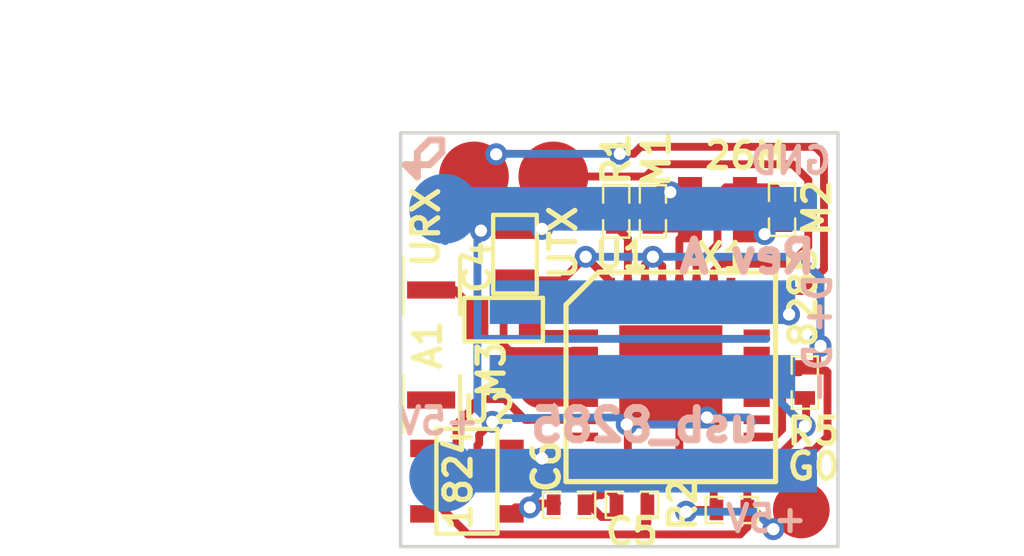
<source format=kicad_pcb>
(kicad_pcb (version 4) (host pcbnew 4.0.3+e1-6302~38~ubuntu14.04.1-stable)

  (general
    (links 46)
    (no_connects 0)
    (area 34.948257 22.19594 64.162544 38.36924)
    (thickness 1.6)
    (drawings 28)
    (tracks 273)
    (zones 0)
    (modules 23)
    (nets 15)
  )

  (page User 139.7 139.7)
  (layers
    (0 F.Cu signal)
    (31 B.Cu signal)
    (32 B.Adhes user)
    (33 F.Adhes user)
    (34 B.Paste user)
    (35 F.Paste user)
    (36 B.SilkS user)
    (37 F.SilkS user)
    (38 B.Mask user)
    (39 F.Mask user)
    (40 Dwgs.User user)
    (41 Cmts.User user)
    (42 Eco1.User user)
    (43 Eco2.User user)
    (44 Edge.Cuts user)
  )

  (setup
    (last_trace_width 0.2286)
    (trace_clearance 0.2159)
    (zone_clearance 0.508)
    (zone_45_only no)
    (trace_min 0.2032)
    (segment_width 0.2)
    (edge_width 0.1)
    (via_size 0.635)
    (via_drill 0.3556)
    (via_min_size 0.6096)
    (via_min_drill 0.3302)
    (uvia_size 0.508)
    (uvia_drill 0.127)
    (uvias_allowed no)
    (uvia_min_size 0.508)
    (uvia_min_drill 0.127)
    (pcb_text_width 0.3)
    (pcb_text_size 1.5 1.5)
    (mod_edge_width 0.15)
    (mod_text_size 0.762 0.762)
    (mod_text_width 0.1524)
    (pad_size 1.28 1.28)
    (pad_drill 0)
    (pad_to_mask_clearance 0)
    (aux_axis_origin 0 0)
    (visible_elements FFFFFFBF)
    (pcbplotparams
      (layerselection 0x010f8_80000001)
      (usegerberextensions true)
      (excludeedgelayer true)
      (linewidth 0.150000)
      (plotframeref false)
      (viasonmask false)
      (mode 1)
      (useauxorigin false)
      (hpglpennumber 1)
      (hpglpenspeed 20)
      (hpglpendiameter 15)
      (hpglpenoverlay 2)
      (psnegative false)
      (psa4output false)
      (plotreference true)
      (plotvalue true)
      (plotinvisibletext false)
      (padsonsilk false)
      (subtractmaskfromsilk false)
      (outputformat 1)
      (mirror false)
      (drillshape 0)
      (scaleselection 1)
      (outputdirectory usb_8285-revA))
  )

  (net 0 "")
  (net 1 +3.3V)
  (net 2 +5V)
  (net 3 /D+)
  (net 4 /D-)
  (net 5 GND)
  (net 6 "Net-(A1-Pad1)")
  (net 7 "Net-(P9-Pad1)")
  (net 8 "Net-(P10-Pad1)")
  (net 9 "Net-(R1-Pad2)")
  (net 10 /TX)
  (net 11 /RX)
  (net 12 "Net-(M1-Pad1)")
  (net 13 "Net-(M2-Pad2)")
  (net 14 "Net-(M3-Pad2)")

  (net_class Default "This is the default net class."
    (clearance 0.2159)
    (trace_width 0.2286)
    (via_dia 0.635)
    (via_drill 0.3556)
    (uvia_dia 0.508)
    (uvia_drill 0.127)
    (add_net +3.3V)
    (add_net +5V)
    (add_net /D+)
    (add_net /D-)
    (add_net /RX)
    (add_net /TX)
    (add_net GND)
    (add_net "Net-(A1-Pad1)")
    (add_net "Net-(M1-Pad1)")
    (add_net "Net-(M2-Pad2)")
    (add_net "Net-(M3-Pad2)")
    (add_net "Net-(P10-Pad1)")
    (add_net "Net-(P9-Pad1)")
    (add_net "Net-(R1-Pad2)")
  )

  (module SM1206 (layer F.Cu) (tedit 57C0C14F) (tstamp 57A8E851)
    (at 47.1932 32.0294 270)
    (path /57A8E837)
    (attr smd)
    (fp_text reference A1 (at 0 0.1016 270) (layer F.SilkS)
      (effects (font (size 0.762 0.762) (thickness 0.1524)))
    )
    (fp_text value ANT (at 0 0 270) (layer F.SilkS) hide
      (effects (font (size 0.762 0.762) (thickness 0.1524)))
    )
    (fp_line (start -2.54 0.8382) (end -0.889 0.8382) (layer F.SilkS) (width 0.127))
    (fp_line (start 0.889 -0.8382) (end 2.54 -0.8382) (layer F.SilkS) (width 0.127))
    (fp_line (start 2.54 0.8382) (end 0.889 0.8382) (layer F.SilkS) (width 0.127))
    (fp_line (start -0.889 -0.8382) (end -2.54 -0.8382) (layer F.SilkS) (width 0.127))
    (pad 1 smd rect (at -1.6 0 270) (size 0.5 1.4) (layers F.Cu F.Paste F.Mask)
      (net 6 "Net-(A1-Pad1)"))
    (pad 2 smd rect (at 1.6 0 270) (size 0.5 1.4) (layers F.Cu F.Paste F.Mask))
    (model smd/chip_cms.wrl
      (at (xyz 0 0 0))
      (scale (xyz 0.17 0.16 0.16))
      (rotate (xyz 0 0 0))
    )
  )

  (module .1SMTPIN (layer B.Cu) (tedit 57C0B30D) (tstamp 57A264EF)
    (at 52.07 30.48)
    (path /57A262F1)
    (fp_text reference P3 (at 0 0) (layer B.SilkS) hide
      (effects (font (size 0.762 0.762) (thickness 0.1524)) (justify mirror))
    )
    (fp_text value D+ (at 6.37286 0.35052 90) (layer B.SilkS)
      (effects (font (size 0.762 0.762) (thickness 0.1524)) (justify mirror))
    )
    (pad 1 smd rect (at 1.27 0.3048) (size 8.89 1.27) (layers B.Cu B.Paste B.Mask)
      (net 3 /D+))
  )

  (module SM0603 (layer F.Cu) (tedit 57C65B38) (tstamp 57A26499)
    (at 49.6316 29.3878 270)
    (path /57A25EB1)
    (attr smd)
    (fp_text reference C4 (at 0.381 1.0922 450) (layer F.SilkS)
      (effects (font (size 0.762 0.762) (thickness 0.1524)))
    )
    (fp_text value 10u (at 0 0 270) (layer F.SilkS) hide
      (effects (font (size 0.762 0.762) (thickness 0.1524)))
    )
    (fp_line (start -1.143 -0.635) (end 1.143 -0.635) (layer F.SilkS) (width 0.127))
    (fp_line (start 1.143 -0.635) (end 1.143 0.635) (layer F.SilkS) (width 0.127))
    (fp_line (start 1.143 0.635) (end -1.143 0.635) (layer F.SilkS) (width 0.127))
    (fp_line (start -1.143 0.635) (end -1.143 -0.635) (layer F.SilkS) (width 0.127))
    (pad 1 smd rect (at -0.762 0 270) (size 0.635 1.143) (layers F.Cu F.Paste F.Mask)
      (net 5 GND))
    (pad 2 smd rect (at 0.762 0 270) (size 0.635 1.143) (layers F.Cu F.Paste F.Mask)
      (net 1 +3.3V))
    (model smd\resistors\R0603.wrl
      (at (xyz 0 0 0.001))
      (scale (xyz 0.5 0.5 0.5))
      (rotate (xyz 0 0 0))
    )
  )

  (module QFN32 (layer F.Cu) (tedit 57C0BFB8) (tstamp 57A264E2)
    (at 54.1655 32.9565)
    (descr "Support CMS Plcc 32 pins")
    (tags "CMS Plcc")
    (path /57A25A2C)
    (attr smd)
    (fp_text reference U1 (at -1.4351 -3.5433) (layer F.SilkS)
      (effects (font (size 0.762 0.762) (thickness 0.1524)))
    )
    (fp_text value 8285 (at 3.8481 -2.3241 90) (layer F.SilkS)
      (effects (font (size 0.762 0.762) (thickness 0.1524)))
    )
    (fp_line (start -2.0955 -3.048) (end 2.0955 -3.048) (layer F.SilkS) (width 0.1524))
    (fp_line (start 2.0955 -3.048) (end 3.048 -3.048) (layer F.SilkS) (width 0.1524))
    (fp_line (start 3.048 -3.048) (end 3.048 3.048) (layer F.SilkS) (width 0.1524))
    (fp_line (start 3.048 3.048) (end -3.048 3.048) (layer F.SilkS) (width 0.1524))
    (fp_line (start -3.048 3.048) (end -3.048 -2.0955) (layer F.SilkS) (width 0.1524))
    (fp_line (start -3.048 -2.0955) (end -2.0955 -3.048) (layer F.SilkS) (width 0.1524))
    (pad 31 smd rect (at -1.24968 -2.49936) (size 0.254 0.762) (layers F.Cu F.Paste F.Mask)
      (net 9 "Net-(R1-Pad2)"))
    (pad 30 smd rect (at -0.7493 -2.49936) (size 0.254 0.762) (layers F.Cu F.Paste F.Mask)
      (net 1 +3.3V))
    (pad 29 smd rect (at -0.24892 -2.49936) (size 0.254 0.762) (layers F.Cu F.Paste F.Mask)
      (net 1 +3.3V))
    (pad 32 smd rect (at -1.75006 -2.49936) (size 0.254 0.762) (layers F.Cu F.Paste F.Mask)
      (net 1 +3.3V))
    (pad 1 smd rect (at -2.49936 -1.75006 90) (size 0.254 0.762) (layers F.Cu F.Paste F.Mask)
      (net 1 +3.3V))
    (pad 2 smd rect (at -2.49936 -1.24968 90) (size 0.254 0.762) (layers F.Cu F.Paste F.Mask)
      (net 14 "Net-(M3-Pad2)"))
    (pad 3 smd rect (at -2.49936 -0.7493 90) (size 0.254 0.762) (layers F.Cu F.Paste F.Mask)
      (net 1 +3.3V))
    (pad 4 smd rect (at -2.49936 -0.24892 90) (size 0.254 0.762) (layers F.Cu F.Paste F.Mask)
      (net 1 +3.3V))
    (pad 5 smd rect (at -2.49936 0.24892 90) (size 0.254 0.762) (layers F.Cu F.Paste F.Mask))
    (pad 6 smd rect (at -2.49936 0.7493 90) (size 0.254 0.762) (layers F.Cu F.Paste F.Mask)
      (net 8 "Net-(P10-Pad1)"))
    (pad 7 smd rect (at -2.49936 1.24968 90) (size 0.254 0.762) (layers F.Cu F.Paste F.Mask)
      (net 1 +3.3V))
    (pad 8 smd rect (at -2.49936 1.75006 90) (size 0.254 0.762) (layers F.Cu F.Paste F.Mask))
    (pad 16 smd rect (at 1.75006 2.49936) (size 0.254 0.762) (layers F.Cu F.Paste F.Mask)
      (net 4 /D-))
    (pad 9 smd rect (at -1.75006 2.49936) (size 0.254 0.762) (layers F.Cu F.Paste F.Mask)
      (net 5 GND))
    (pad 10 smd rect (at -1.24968 2.49936) (size 0.254 0.762) (layers F.Cu F.Paste F.Mask)
      (net 5 GND))
    (pad 11 smd rect (at -0.7493 2.49936) (size 0.254 0.762) (layers F.Cu F.Paste F.Mask)
      (net 1 +3.3V))
    (pad 12 smd rect (at -0.24892 2.49936) (size 0.254 0.762) (layers F.Cu F.Paste F.Mask))
    (pad 13 smd rect (at 0.24892 2.49936) (size 0.254 0.762) (layers F.Cu F.Paste F.Mask)
      (net 5 GND))
    (pad 14 smd rect (at 0.7493 2.49936) (size 0.254 0.762) (layers F.Cu F.Paste F.Mask))
    (pad 15 smd rect (at 1.24968 2.49936) (size 0.254 0.762) (layers F.Cu F.Paste F.Mask)
      (net 7 "Net-(P9-Pad1)"))
    (pad 17 smd rect (at 2.49936 1.75006 90) (size 0.254 0.762) (layers F.Cu F.Paste F.Mask)
      (net 1 +3.3V))
    (pad 18 smd rect (at 2.49936 1.24968 90) (size 0.254 0.762) (layers F.Cu F.Paste F.Mask))
    (pad 19 smd rect (at 2.49936 0.7493 90) (size 0.254 0.762) (layers F.Cu F.Paste F.Mask))
    (pad 20 smd rect (at 2.49936 0.24892 90) (size 0.254 0.762) (layers F.Cu F.Paste F.Mask))
    (pad 21 smd rect (at 2.49936 -0.24892 90) (size 0.254 0.762) (layers F.Cu F.Paste F.Mask))
    (pad 22 smd rect (at 2.49936 -0.7493 90) (size 0.254 0.762) (layers F.Cu F.Paste F.Mask))
    (pad 23 smd rect (at 2.49936 -1.24968 90) (size 0.254 0.762) (layers F.Cu F.Paste F.Mask))
    (pad 24 smd rect (at 2.49936 -1.75006 90) (size 0.254 0.762) (layers F.Cu F.Paste F.Mask)
      (net 3 /D+))
    (pad 25 smd rect (at 1.75006 -2.49936) (size 0.254 0.762) (layers F.Cu F.Paste F.Mask)
      (net 11 /RX))
    (pad 26 smd rect (at 1.24968 -2.49936) (size 0.254 0.762) (layers F.Cu F.Paste F.Mask)
      (net 10 /TX))
    (pad 27 smd rect (at 0.7493 -2.49936) (size 0.254 0.762) (layers F.Cu F.Paste F.Mask)
      (net 13 "Net-(M2-Pad2)"))
    (pad 28 smd rect (at 0.24892 -2.49936) (size 0.254 0.762) (layers F.Cu F.Paste F.Mask)
      (net 12 "Net-(M1-Pad1)"))
    (pad 33 smd rect (at 0 0) (size 2.99974 2.99974) (layers F.Cu F.Paste F.Mask)
      (net 5 GND))
  )

  (module XTAL4TINY (layer F.Cu) (tedit 57C0BD8A) (tstamp 57A264EA)
    (at 55.5244 28.0924)
    (path /57A25AC8)
    (fp_text reference X1 (at 0.1524 1.3716) (layer F.SilkS)
      (effects (font (size 0.762 0.762) (thickness 0.1524)))
    )
    (fp_text value 26M (at 0.8128 -1.5748) (layer F.SilkS)
      (effects (font (size 0.762 0.762) (thickness 0.1524)))
    )
    (pad 1 smd rect (at -0.8 0.6) (size 0.7 0.7) (layers F.Cu F.Paste F.Mask)
      (net 12 "Net-(M1-Pad1)"))
    (pad 2 smd rect (at 0.8 -0.6) (size 0.7 0.7) (layers F.Cu F.Paste F.Mask)
      (net 13 "Net-(M2-Pad2)"))
    (pad 3 smd rect (at -0.8 -0.6) (size 0.7 0.7) (layers F.Cu F.Paste F.Mask)
      (net 5 GND))
    (pad 4 smd rect (at 0.8 0.6) (size 0.7 0.7) (layers F.Cu F.Paste F.Mask)
      (net 5 GND))
  )

  (module .1SMTPIN (layer B.Cu) (tedit 57C0B313) (tstamp 57A264F4)
    (at 52.07 32.9565)
    (path /57A262FE)
    (fp_text reference P8 (at 0 0) (layer B.SilkS) hide
      (effects (font (size 0.762 0.762) (thickness 0.1524)) (justify mirror))
    )
    (fp_text value D- (at 6.37286 -0.09906 90) (layer B.SilkS)
      (effects (font (size 0.762 0.762) (thickness 0.1524)) (justify mirror))
    )
    (pad 1 smd rect (at 1.27 0) (size 8.89 1.27) (layers B.Cu B.Paste B.Mask)
      (net 4 /D-))
  )

  (module .1SMTPIN (layer B.Cu) (tedit 57C0B307) (tstamp 57A975A3)
    (at 52.07 28.067)
    (path /57A2636F)
    (fp_text reference P6 (at 0 0) (layer B.SilkS) hide
      (effects (font (size 0.762 0.762) (thickness 0.1524)) (justify mirror))
    )
    (fp_text value GND (at 5.588 -1.397) (layer B.SilkS)
      (effects (font (size 0.762 0.762) (thickness 0.1524)) (justify mirror))
    )
    (pad 1 smd rect (at 1.27 0) (size 10.16 1.27) (layers B.Cu B.Paste B.Mask)
      (net 5 GND))
  )

  (module .1SMTPIN (layer B.Cu) (tedit 57C0B318) (tstamp 57A264FE)
    (at 52.07 35.687)
    (path /57A26363)
    (fp_text reference P4 (at 0 0) (layer B.SilkS) hide
      (effects (font (size 0.762 0.762) (thickness 0.1524)) (justify mirror))
    )
    (fp_text value +5V (at 4.8768 1.397) (layer B.SilkS)
      (effects (font (size 0.762 0.762) (thickness 0.1524)) (justify mirror))
    )
    (pad 1 smd rect (at 1.27 0) (size 10.16 1.27) (layers B.Cu B.Paste B.Mask)
      (net 2 +5V))
  )

  (module .1SMTPIN (layer F.Cu) (tedit 57C65B34) (tstamp 57A26503)
    (at 50.7492 27.1272)
    (path /57A263B8)
    (fp_text reference P1 (at 0 0) (layer F.SilkS) hide
      (effects (font (size 0.762 0.762) (thickness 0.1524)))
    )
    (fp_text value UTX (at 0.2794 1.9304 90) (layer F.SilkS)
      (effects (font (size 0.762 0.762) (thickness 0.1524)))
    )
    (pad 1 smd circle (at 0 0) (size 2.032 2.032) (layers F.Cu F.Paste F.Mask)
      (net 10 /TX))
  )

  (module .1SMTPIN (layer F.Cu) (tedit 57C657C9) (tstamp 57A26508)
    (at 48.4378 27.1272)
    (path /57A263D1)
    (fp_text reference P2 (at 0 0) (layer F.SilkS) hide
      (effects (font (size 0.762 0.762) (thickness 0.1524)))
    )
    (fp_text value URX (at -1.397 1.4732 270) (layer F.SilkS)
      (effects (font (size 0.762 0.762) (thickness 0.1524)))
    )
    (pad 1 smd circle (at 0 0) (size 2.032 2.032) (layers F.Cu F.Paste F.Mask)
      (net 11 /RX))
  )

  (module .1SMTPIN (layer F.Cu) (tedit 57C0BFA0) (tstamp 57A2650D)
    (at 57.9628 36.83)
    (path /57A263E3)
    (fp_text reference P9 (at 0 0) (layer F.SilkS) hide
      (effects (font (size 0.762 0.762) (thickness 0.1524)))
    )
    (fp_text value G0 (at 0.3556 -1.27) (layer F.SilkS)
      (effects (font (size 0.762 0.762) (thickness 0.1524)))
    )
    (pad 1 smd circle (at 0 0) (size 1.651 1.651) (layers F.Cu F.Paste F.Mask)
      (net 7 "Net-(P9-Pad1)"))
  )

  (module .1SMTPIN (layer B.Cu) (tedit 57A8FB11) (tstamp 57A26512)
    (at 47.5742 35.8648)
    (path /57A26476)
    (fp_text reference P5 (at 0 0) (layer B.SilkS) hide
      (effects (font (size 0.762 0.762) (thickness 0.1524)) (justify mirror))
    )
    (fp_text value +5V (at -0.17018 -1.62306) (layer B.SilkS)
      (effects (font (size 0.762 0.762) (thickness 0.1524)) (justify mirror))
    )
    (pad 1 smd circle (at 0 0) (size 2.032 2.032) (layers B.Cu B.Paste B.Mask)
      (net 2 +5V))
  )

  (module .1SMTPIN (layer B.Cu) (tedit 57C6F06B) (tstamp 57A26517)
    (at 47.5742 28.067)
    (path /57A2647C)
    (fp_text reference P7 (at 0 0) (layer B.SilkS) hide
      (effects (font (size 0.762 0.762) (thickness 0.1524)) (justify mirror))
    )
    (fp_text value GND (at 0.2921 -1.54686) (layer B.SilkS) hide
      (effects (font (size 0.762 0.762) (thickness 0.1524)) (justify mirror))
    )
    (pad 1 smd circle (at 0 0) (size 2.032 2.032) (layers B.Cu B.Paste B.Mask)
      (net 5 GND))
  )

  (module SOT23-5 (layer F.Cu) (tedit 57C104D3) (tstamp 57A26524)
    (at 48.2346 35.9918 90)
    (path /57A264E5)
    (attr smd)
    (fp_text reference U2 (at 2.0828 0.635 180) (layer F.SilkS)
      (effects (font (size 0.762 0.762) (thickness 0.1524)))
    )
    (fp_text value 1824 (at 0.0508 -0.254 90) (layer F.SilkS)
      (effects (font (size 0.762 0.762) (thickness 0.1524)))
    )
    (fp_line (start 1.524 -0.889) (end 1.524 0.889) (layer F.SilkS) (width 0.127))
    (fp_line (start 1.524 0.889) (end -1.524 0.889) (layer F.SilkS) (width 0.127))
    (fp_line (start -1.524 0.889) (end -1.524 -0.889) (layer F.SilkS) (width 0.127))
    (fp_line (start -1.524 -0.889) (end 1.524 -0.889) (layer F.SilkS) (width 0.127))
    (pad 1 smd rect (at -0.9525 1.27 90) (size 0.508 0.762) (layers F.Cu F.Paste F.Mask)
      (net 2 +5V))
    (pad 3 smd rect (at 0.9525 1.27 90) (size 0.508 0.762) (layers F.Cu F.Paste F.Mask)
      (net 2 +5V))
    (pad 5 smd rect (at -0.9525 -1.27 90) (size 0.508 0.762) (layers F.Cu F.Paste F.Mask)
      (net 1 +3.3V))
    (pad 2 smd rect (at 0 1.27 90) (size 0.508 0.762) (layers F.Cu F.Paste F.Mask)
      (net 5 GND))
    (pad 4 smd rect (at 0.9525 -1.27 90) (size 0.508 0.762) (layers F.Cu F.Paste F.Mask))
    (model smd/SOT23_5.wrl
      (at (xyz 0 0 0))
      (scale (xyz 0.1 0.1 0.1))
      (rotate (xyz 0 0 0))
    )
  )

  (module .1SMTPIN (layer F.Cu) (tedit 57C656DD) (tstamp 57B2105A)
    (at 50.3682 33.2232)
    (path /57B2119E)
    (fp_text reference P10 (at 0 0) (layer F.SilkS) hide
      (effects (font (size 0.762 0.762) (thickness 0.1524)))
    )
    (fp_text value ADC (at 0 0) (layer F.SilkS) hide
      (effects (font (size 0.762 0.762) (thickness 0.1524)))
    )
    (pad 1 smd circle (at 0 0) (size 1.28 1.28) (layers F.Cu F.Paste F.Mask)
      (net 8 "Net-(P10-Pad1)"))
  )

  (module SM0402 (layer F.Cu) (tedit 57C0BD8E) (tstamp 57C0B24E)
    (at 53.6448 28.1432 90)
    (path /57A25B1A)
    (attr smd)
    (fp_text reference M1 (at 1.524 0.1016 270) (layer F.SilkS)
      (effects (font (size 0.762 0.762) (thickness 0.15748)))
    )
    (fp_text value 5.6p (at 0 1.016 90) (layer F.SilkS) hide
      (effects (font (size 0.762 0.762) (thickness 0.15748)))
    )
    (fp_line (start -0.254 -0.381) (end -0.762 -0.381) (layer F.SilkS) (width 0.07112))
    (fp_line (start -0.762 -0.381) (end -0.762 0.381) (layer F.SilkS) (width 0.07112))
    (fp_line (start -0.762 0.381) (end -0.254 0.381) (layer F.SilkS) (width 0.07112))
    (fp_line (start 0.254 -0.381) (end 0.762 -0.381) (layer F.SilkS) (width 0.07112))
    (fp_line (start 0.762 -0.381) (end 0.762 0.381) (layer F.SilkS) (width 0.07112))
    (fp_line (start 0.762 0.381) (end 0.254 0.381) (layer F.SilkS) (width 0.07112))
    (pad 1 smd rect (at -0.44958 0 90) (size 0.39878 0.59944) (layers F.Cu F.Paste F.Mask)
      (net 12 "Net-(M1-Pad1)"))
    (pad 2 smd rect (at 0.44958 0 90) (size 0.39878 0.59944) (layers F.Cu F.Paste F.Mask)
      (net 5 GND))
    (model smd\chip_cms.wrl
      (at (xyz 0 0 0.002))
      (scale (xyz 0.05 0.05 0.05))
      (rotate (xyz 0 0 0))
    )
  )

  (module SM0402 (layer F.Cu) (tedit 57C0BD88) (tstamp 57C0B259)
    (at 57.404 28.0924 90)
    (path /57A25B20)
    (attr smd)
    (fp_text reference M2 (at 0.0508 1.016 270) (layer F.SilkS)
      (effects (font (size 0.762 0.762) (thickness 0.15748)))
    )
    (fp_text value 5.6p (at 0 1.016 90) (layer F.SilkS) hide
      (effects (font (size 0.762 0.762) (thickness 0.15748)))
    )
    (fp_line (start -0.254 -0.381) (end -0.762 -0.381) (layer F.SilkS) (width 0.07112))
    (fp_line (start -0.762 -0.381) (end -0.762 0.381) (layer F.SilkS) (width 0.07112))
    (fp_line (start -0.762 0.381) (end -0.254 0.381) (layer F.SilkS) (width 0.07112))
    (fp_line (start 0.254 -0.381) (end 0.762 -0.381) (layer F.SilkS) (width 0.07112))
    (fp_line (start 0.762 -0.381) (end 0.762 0.381) (layer F.SilkS) (width 0.07112))
    (fp_line (start 0.762 0.381) (end 0.254 0.381) (layer F.SilkS) (width 0.07112))
    (pad 1 smd rect (at -0.44958 0 90) (size 0.39878 0.59944) (layers F.Cu F.Paste F.Mask)
      (net 5 GND))
    (pad 2 smd rect (at 0.44958 0 90) (size 0.39878 0.59944) (layers F.Cu F.Paste F.Mask)
      (net 13 "Net-(M2-Pad2)"))
    (model smd\chip_cms.wrl
      (at (xyz 0 0 0.002))
      (scale (xyz 0.05 0.05 0.05))
      (rotate (xyz 0 0 0))
    )
  )

  (module SM0402 (layer F.Cu) (tedit 57C657E6) (tstamp 57C0B26F)
    (at 53.0352 36.6776)
    (path /57A25EB7)
    (attr smd)
    (fp_text reference C5 (at 0 0.7874) (layer F.SilkS)
      (effects (font (size 0.762 0.762) (thickness 0.15748)))
    )
    (fp_text value .1u (at -0.254 0.7112) (layer F.SilkS) hide
      (effects (font (size 0.762 0.762) (thickness 0.15748)))
    )
    (fp_line (start -0.254 -0.381) (end -0.762 -0.381) (layer F.SilkS) (width 0.07112))
    (fp_line (start -0.762 -0.381) (end -0.762 0.381) (layer F.SilkS) (width 0.07112))
    (fp_line (start -0.762 0.381) (end -0.254 0.381) (layer F.SilkS) (width 0.07112))
    (fp_line (start 0.254 -0.381) (end 0.762 -0.381) (layer F.SilkS) (width 0.07112))
    (fp_line (start 0.762 -0.381) (end 0.762 0.381) (layer F.SilkS) (width 0.07112))
    (fp_line (start 0.762 0.381) (end 0.254 0.381) (layer F.SilkS) (width 0.07112))
    (pad 1 smd rect (at -0.44958 0) (size 0.39878 0.59944) (layers F.Cu F.Paste F.Mask)
      (net 5 GND))
    (pad 2 smd rect (at 0.44958 0) (size 0.39878 0.59944) (layers F.Cu F.Paste F.Mask)
      (net 1 +3.3V))
    (model smd\chip_cms.wrl
      (at (xyz 0 0 0.002))
      (scale (xyz 0.05 0.05 0.05))
      (rotate (xyz 0 0 0))
    )
  )

  (module SM0402 (layer F.Cu) (tedit 57C0BD91) (tstamp 57C0B27A)
    (at 52.578 28.1432 270)
    (path /57A25A68)
    (attr smd)
    (fp_text reference R1 (at -1.524 0 450) (layer F.SilkS)
      (effects (font (size 0.762 0.762) (thickness 0.15748)))
    )
    (fp_text value 12k (at 0 1.016 270) (layer F.SilkS) hide
      (effects (font (size 0.762 0.762) (thickness 0.15748)))
    )
    (fp_line (start -0.254 -0.381) (end -0.762 -0.381) (layer F.SilkS) (width 0.07112))
    (fp_line (start -0.762 -0.381) (end -0.762 0.381) (layer F.SilkS) (width 0.07112))
    (fp_line (start -0.762 0.381) (end -0.254 0.381) (layer F.SilkS) (width 0.07112))
    (fp_line (start 0.254 -0.381) (end 0.762 -0.381) (layer F.SilkS) (width 0.07112))
    (fp_line (start 0.762 -0.381) (end 0.762 0.381) (layer F.SilkS) (width 0.07112))
    (fp_line (start 0.762 0.381) (end 0.254 0.381) (layer F.SilkS) (width 0.07112))
    (pad 1 smd rect (at -0.44958 0 270) (size 0.39878 0.59944) (layers F.Cu F.Paste F.Mask)
      (net 5 GND))
    (pad 2 smd rect (at 0.44958 0 270) (size 0.39878 0.59944) (layers F.Cu F.Paste F.Mask)
      (net 9 "Net-(R1-Pad2)"))
    (model smd\chip_cms.wrl
      (at (xyz 0 0 0.002))
      (scale (xyz 0.05 0.05 0.05))
      (rotate (xyz 0 0 0))
    )
  )

  (module SM0402 (layer F.Cu) (tedit 57C0BFD0) (tstamp 57C0B285)
    (at 55.9435 36.83 180)
    (path /57A26418)
    (attr smd)
    (fp_text reference R2 (at 1.4351 0.1524 270) (layer F.SilkS)
      (effects (font (size 0.762 0.762) (thickness 0.15748)))
    )
    (fp_text value 12k (at 0 1.016 180) (layer F.SilkS) hide
      (effects (font (size 0.762 0.762) (thickness 0.15748)))
    )
    (fp_line (start -0.254 -0.381) (end -0.762 -0.381) (layer F.SilkS) (width 0.07112))
    (fp_line (start -0.762 -0.381) (end -0.762 0.381) (layer F.SilkS) (width 0.07112))
    (fp_line (start -0.762 0.381) (end -0.254 0.381) (layer F.SilkS) (width 0.07112))
    (fp_line (start 0.254 -0.381) (end 0.762 -0.381) (layer F.SilkS) (width 0.07112))
    (fp_line (start 0.762 -0.381) (end 0.762 0.381) (layer F.SilkS) (width 0.07112))
    (fp_line (start 0.762 0.381) (end 0.254 0.381) (layer F.SilkS) (width 0.07112))
    (pad 1 smd rect (at -0.44958 0 180) (size 0.39878 0.59944) (layers F.Cu F.Paste F.Mask)
      (net 1 +3.3V))
    (pad 2 smd rect (at 0.44958 0 180) (size 0.39878 0.59944) (layers F.Cu F.Paste F.Mask)
      (net 7 "Net-(P9-Pad1)"))
    (model smd\chip_cms.wrl
      (at (xyz 0 0 0.002))
      (scale (xyz 0.05 0.05 0.05))
      (rotate (xyz 0 0 0))
    )
  )

  (module SM0402 (layer F.Cu) (tedit 57C0BFAB) (tstamp 57C0B290)
    (at 58.0644 33.1216 90)
    (path /57A8F67C)
    (attr smd)
    (fp_text reference R5 (at -1.4224 0.254 180) (layer F.SilkS)
      (effects (font (size 0.762 0.762) (thickness 0.15748)))
    )
    (fp_text value 1.5k (at 0.2032 -0.0508 90) (layer F.SilkS) hide
      (effects (font (size 0.762 0.762) (thickness 0.15748)))
    )
    (fp_line (start -0.254 -0.381) (end -0.762 -0.381) (layer F.SilkS) (width 0.07112))
    (fp_line (start -0.762 -0.381) (end -0.762 0.381) (layer F.SilkS) (width 0.07112))
    (fp_line (start -0.762 0.381) (end -0.254 0.381) (layer F.SilkS) (width 0.07112))
    (fp_line (start 0.254 -0.381) (end 0.762 -0.381) (layer F.SilkS) (width 0.07112))
    (fp_line (start 0.762 -0.381) (end 0.762 0.381) (layer F.SilkS) (width 0.07112))
    (fp_line (start 0.762 0.381) (end 0.254 0.381) (layer F.SilkS) (width 0.07112))
    (pad 1 smd rect (at -0.44958 0 90) (size 0.39878 0.59944) (layers F.Cu F.Paste F.Mask)
      (net 4 /D-))
    (pad 2 smd rect (at 0.44958 0 90) (size 0.39878 0.59944) (layers F.Cu F.Paste F.Mask)
      (net 1 +3.3V))
    (model smd\chip_cms.wrl
      (at (xyz 0 0 0.002))
      (scale (xyz 0.05 0.05 0.05))
      (rotate (xyz 0 0 0))
    )
  )

  (module SM0402 (layer F.Cu) (tedit 57C0BFC7) (tstamp 57C0B700)
    (at 51.2064 36.6776 180)
    (path /57A26510)
    (attr smd)
    (fp_text reference C6 (at 0.6604 1.1176 270) (layer F.SilkS)
      (effects (font (size 0.762 0.762) (thickness 0.15748)))
    )
    (fp_text value 1u (at 0 1.016 180) (layer F.SilkS) hide
      (effects (font (size 0.762 0.762) (thickness 0.15748)))
    )
    (fp_line (start -0.254 -0.381) (end -0.762 -0.381) (layer F.SilkS) (width 0.07112))
    (fp_line (start -0.762 -0.381) (end -0.762 0.381) (layer F.SilkS) (width 0.07112))
    (fp_line (start -0.762 0.381) (end -0.254 0.381) (layer F.SilkS) (width 0.07112))
    (fp_line (start 0.254 -0.381) (end 0.762 -0.381) (layer F.SilkS) (width 0.07112))
    (fp_line (start 0.762 -0.381) (end 0.762 0.381) (layer F.SilkS) (width 0.07112))
    (fp_line (start 0.762 0.381) (end 0.254 0.381) (layer F.SilkS) (width 0.07112))
    (pad 1 smd rect (at -0.44958 0 180) (size 0.39878 0.59944) (layers F.Cu F.Paste F.Mask)
      (net 5 GND))
    (pad 2 smd rect (at 0.44958 0 180) (size 0.39878 0.59944) (layers F.Cu F.Paste F.Mask)
      (net 2 +5V))
    (model smd\chip_cms.wrl
      (at (xyz 0 0 0.002))
      (scale (xyz 0.05 0.05 0.05))
      (rotate (xyz 0 0 0))
    )
  )

  (module SM0603 (layer F.Cu) (tedit 57C65B2D) (tstamp 57C666AE)
    (at 49.3014 31.2928)
    (path /57A25A83)
    (attr smd)
    (fp_text reference M3 (at -0.3556 1.4478 90) (layer F.SilkS)
      (effects (font (size 0.762 0.762) (thickness 0.1524)))
    )
    (fp_text value 5.6p (at 0 1.27) (layer F.SilkS) hide
      (effects (font (size 0.762 0.762) (thickness 0.1524)))
    )
    (fp_line (start -1.143 -0.635) (end 1.143 -0.635) (layer F.SilkS) (width 0.127))
    (fp_line (start 1.143 -0.635) (end 1.143 0.635) (layer F.SilkS) (width 0.127))
    (fp_line (start 1.143 0.635) (end -1.143 0.635) (layer F.SilkS) (width 0.127))
    (fp_line (start -1.143 0.635) (end -1.143 -0.635) (layer F.SilkS) (width 0.127))
    (pad 1 smd rect (at -0.762 0) (size 0.635 1.143) (layers F.Cu F.Paste F.Mask)
      (net 6 "Net-(A1-Pad1)"))
    (pad 2 smd rect (at 0.762 0) (size 0.635 1.143) (layers F.Cu F.Paste F.Mask)
      (net 14 "Net-(M3-Pad2)"))
    (model smd\resistors\R0603.wrl
      (at (xyz 0 0 0.001))
      (scale (xyz 0.5 0.5 0.5))
      (rotate (xyz 0 0 0))
    )
  )

  (gr_line (start 59.0296 37.8968) (end 46.3042 37.8968) (angle 90) (layer Edge.Cuts) (width 0.1))
  (gr_line (start 46.3042 25.8572) (end 59.0296 25.8572) (angle 90) (layer Edge.Cuts) (width 0.1))
  (gr_line (start 59.0296 25.8572) (end 59.0296 37.8968) (angle 90) (layer Edge.Cuts) (width 0.1))
  (gr_line (start 46.3042 37.8968) (end 46.3042 25.8572) (angle 90) (layer Edge.Cuts) (width 0.1))
  (gr_line (start 46.431683 26.783288) (end 46.790894 27.142498) (angle 90) (layer F.SilkS) (width 0.2))
  (gr_line (start 47.150104 26.783288) (end 46.431683 26.783288) (angle 90) (layer F.SilkS) (width 0.2))
  (gr_line (start 47.509314 26.424078) (end 47.150104 26.783288) (angle 90) (layer F.SilkS) (width 0.2))
  (gr_line (start 47.509314 26.064867) (end 47.509314 26.424078) (angle 90) (layer F.SilkS) (width 0.2))
  (gr_line (start 47.150104 26.064867) (end 47.509314 26.064867) (angle 90) (layer F.SilkS) (width 0.2))
  (gr_line (start 46.790894 26.424078) (end 47.150104 26.064867) (angle 90) (layer F.SilkS) (width 0.2))
  (gr_line (start 46.790894 27.142498) (end 46.790894 26.424078) (angle 90) (layer F.SilkS) (width 0.2))
  (gr_text "UNTESTED - DO NOT USE" (at 49.5554 23.39594) (layer Dwgs.User)
    (effects (font (size 1.5 1.5) (thickness 0.3)))
  )
  (gr_text "Rev A" (at 56.388 29.464) (layer B.SilkS)
    (effects (font (size 0.9144 0.9144) (thickness 0.2286)) (justify mirror))
  )
  (gr_text usb_8285 (at 53.4162 34.3662) (layer B.SilkS)
    (effects (font (size 0.9144 0.9144) (thickness 0.2286)) (justify mirror))
  )
  (gr_line (start 47.509314 26.424078) (end 47.509314 26.064867) (angle 90) (layer B.SilkS) (width 0.2))
  (gr_line (start 47.150104 26.783288) (end 47.509314 26.424078) (angle 90) (layer B.SilkS) (width 0.2))
  (gr_line (start 46.431683 26.783288) (end 47.150104 26.783288) (angle 90) (layer B.SilkS) (width 0.2))
  (gr_line (start 46.790894 27.142498) (end 46.431683 26.783288) (angle 90) (layer B.SilkS) (width 0.2))
  (gr_line (start 46.790894 26.424078) (end 46.790894 27.142498) (angle 90) (layer B.SilkS) (width 0.2))
  (gr_line (start 47.150104 26.064867) (end 46.790894 26.424078) (angle 90) (layer B.SilkS) (width 0.2))
  (gr_line (start 47.509314 26.064867) (end 47.150104 26.064867) (angle 90) (layer B.SilkS) (width 0.2))
  (gr_line (start 46.790894 26.424078) (end 46.790894 27.142498) (angle 90) (layer F.SilkS) (width 0.2))
  (gr_line (start 47.150104 26.064867) (end 46.790894 26.424078) (angle 90) (layer F.SilkS) (width 0.2))
  (gr_line (start 47.509314 26.064867) (end 47.150104 26.064867) (angle 90) (layer F.SilkS) (width 0.2))
  (gr_line (start 47.509314 26.424078) (end 47.509314 26.064867) (angle 90) (layer F.SilkS) (width 0.2))
  (gr_line (start 47.150104 26.783288) (end 47.509314 26.424078) (angle 90) (layer F.SilkS) (width 0.2))
  (gr_line (start 46.431683 26.783288) (end 47.150104 26.783288) (angle 90) (layer F.SilkS) (width 0.2))
  (gr_line (start 46.790894 27.142498) (end 46.431683 26.783288) (angle 90) (layer F.SilkS) (width 0.2))

  (segment (start 49.6316 30.1498) (end 49.5554 30.1498) (width 0.2286) (layer F.Cu) (net 1))
  (segment (start 49.5554 30.1498) (end 49.3014 30.4038) (width 0.2286) (layer F.Cu) (net 1) (tstamp 57C66719))
  (segment (start 49.3014 30.4038) (end 49.3014 32.0294) (width 0.2286) (layer F.Cu) (net 1) (tstamp 57C6671A))
  (segment (start 49.3014 32.0294) (end 49.5173 32.2453) (width 0.2286) (layer F.Cu) (net 1) (tstamp 57C6671B))
  (segment (start 49.5173 32.2453) (end 49.5173 32.2072) (width 0.2286) (layer F.Cu) (net 1) (tstamp 57C6671D))
  (segment (start 51.66614 31.20644) (end 51.39944 31.20644) (width 0.2286) (layer F.Cu) (net 1))
  (segment (start 51.39944 31.20644) (end 50.3428 30.1498) (width 0.2286) (layer F.Cu) (net 1) (tstamp 57C66711))
  (segment (start 49.6316 30.1498) (end 50.3428 30.1498) (width 0.2286) (layer F.Cu) (net 1))
  (segment (start 50.3428 30.1498) (end 51.0032 30.1498) (width 0.2286) (layer F.Cu) (net 1) (tstamp 57C66714))
  (segment (start 51.0032 30.1498) (end 51.689 29.464) (width 0.2286) (layer F.Cu) (net 1) (tstamp 57C6670A))
  (segment (start 58.3184 31.8516) (end 58.5216 32.0548) (width 0.2286) (layer B.Cu) (net 1) (tstamp 57C0B87A))
  (segment (start 48.4378 33.7312) (end 48.4378 33.8328) (width 0.2286) (layer F.Cu) (net 1))
  (segment (start 47.9298 36.0172) (end 47.6504 36.2966) (width 0.2286) (layer F.Cu) (net 1) (tstamp 57C10678))
  (segment (start 47.6504 36.2966) (end 47.3075 36.6395) (width 0.2286) (layer F.Cu) (net 1) (tstamp 57C10557))
  (segment (start 47.9298 34.3408) (end 47.9298 36.0172) (width 0.2286) (layer F.Cu) (net 1) (tstamp 57C665AA))
  (segment (start 48.4378 33.8328) (end 47.9298 34.3408) (width 0.2286) (layer F.Cu) (net 1) (tstamp 57C665A9))
  (segment (start 48.5648 33.6042) (end 48.4378 33.7312) (width 0.2286) (layer F.Cu) (net 1) (tstamp 57C66549))
  (segment (start 48.4378 33.7312) (end 48.45685 33.71215) (width 0.2286) (layer F.Cu) (net 1) (tstamp 57C665A7))
  (segment (start 47.3075 36.6395) (end 47.0281 36.9189) (width 0.2286) (layer F.Cu) (net 1))
  (segment (start 47.0281 36.9189) (end 46.9392 36.9189) (width 0.2286) (layer F.Cu) (net 1) (tstamp 57C105C9))
  (segment (start 58.1152 35.1028) (end 57.5056 35.7124) (width 0.2286) (layer F.Cu) (net 1))
  (segment (start 58.7248 34.6964) (end 58.3184 35.1028) (width 0.2286) (layer F.Cu) (net 1) (tstamp 57C0BC54))
  (segment (start 58.3184 35.1028) (end 58.1152 35.1028) (width 0.2286) (layer F.Cu) (net 1) (tstamp 57C0BC55))
  (segment (start 58.7248 34.3408) (end 58.7248 34.6964) (width 0.2286) (layer F.Cu) (net 1))
  (segment (start 56.39308 36.06292) (end 56.39308 36.83) (width 0.2286) (layer F.Cu) (net 1) (tstamp 57C0BC74))
  (segment (start 56.7436 35.7124) (end 56.39308 36.06292) (width 0.2286) (layer F.Cu) (net 1) (tstamp 57C0BC70))
  (segment (start 57.5056 35.7124) (end 56.7436 35.7124) (width 0.2286) (layer F.Cu) (net 1) (tstamp 57C0BC65))
  (segment (start 56.39308 36.82492) (end 56.39308 36.83) (width 0.2286) (layer F.Cu) (net 1) (tstamp 57C0BC57))
  (segment (start 51.66614 32.2072) (end 49.5173 32.2072) (width 0.2286) (layer F.Cu) (net 1))
  (segment (start 49.5173 32.2072) (end 49.5554 32.2072) (width 0.2286) (layer F.Cu) (net 1) (tstamp 57C6671E))
  (segment (start 51.66614 32.70758) (end 51.66614 32.2072) (width 0.2286) (layer F.Cu) (net 1))
  (segment (start 47.3075 36.6395) (end 47.3583 36.6395) (width 0.2286) (layer F.Cu) (net 1) (tstamp 57C1055A))
  (segment (start 48.26 37.5412) (end 53.6448 37.5412) (width 0.2286) (layer F.Cu) (net 1) (tstamp 57C0BBA6))
  (segment (start 47.3583 36.6395) (end 48.26 37.5412) (width 0.2286) (layer F.Cu) (net 1) (tstamp 57C0BBA5))
  (segment (start 53.48478 36.6776) (end 53.48478 37.19322) (width 0.2286) (layer F.Cu) (net 1))
  (segment (start 53.48478 37.19322) (end 53.4162 37.2618) (width 0.2286) (layer F.Cu) (net 1) (tstamp 57C0BB95))
  (segment (start 53.4162 35.45586) (end 53.4162 37.2618) (width 0.2286) (layer F.Cu) (net 1))
  (segment (start 53.4162 37.2618) (end 53.4162 37.3126) (width 0.2286) (layer F.Cu) (net 1) (tstamp 57C0BB98))
  (segment (start 53.4162 37.3126) (end 53.6448 37.5412) (width 0.2286) (layer F.Cu) (net 1) (tstamp 57C0BAC8))
  (segment (start 56.39308 37.33292) (end 56.39308 36.83) (width 0.2286) (layer F.Cu) (net 1) (tstamp 57C0BACC))
  (segment (start 56.1848 37.5412) (end 56.39308 37.33292) (width 0.2286) (layer F.Cu) (net 1) (tstamp 57C0BACB))
  (segment (start 53.6448 37.5412) (end 56.1848 37.5412) (width 0.2286) (layer F.Cu) (net 1) (tstamp 57C0BACA))
  (segment (start 51.66614 34.20618) (end 50.8508 34.20618) (width 0.2286) (layer F.Cu) (net 1))
  (segment (start 53.6448 29.464) (end 57.912 29.464) (width 0.2286) (layer B.Cu) (net 1))
  (segment (start 57.912 29.464) (end 58.5216 30.0736) (width 0.2286) (layer B.Cu) (net 1) (tstamp 57C0B978))
  (segment (start 58.5216 30.0736) (end 58.5216 32.0548) (width 0.2286) (layer B.Cu) (net 1) (tstamp 57C0B979))
  (segment (start 53.91658 30.45714) (end 53.91658 29.73578) (width 0.2286) (layer F.Cu) (net 1))
  (segment (start 53.91658 29.73578) (end 53.6448 29.464) (width 0.2286) (layer F.Cu) (net 1) (tstamp 57C0B975))
  (segment (start 53.4162 30.45714) (end 53.4162 29.6926) (width 0.2286) (layer F.Cu) (net 1))
  (segment (start 53.6448 29.464) (end 51.689 29.464) (width 0.2286) (layer B.Cu) (net 1) (tstamp 57C0B972))
  (via (at 53.6448 29.464) (size 0.635) (drill 0.3556) (layers F.Cu B.Cu) (net 1))
  (segment (start 53.4162 29.6926) (end 53.6448 29.464) (width 0.2286) (layer F.Cu) (net 1) (tstamp 57C0B970))
  (segment (start 52.41544 30.45714) (end 52.4256 30.44698) (width 0.2286) (layer F.Cu) (net 1))
  (segment (start 52.4256 30.44698) (end 52.4256 30.2006) (width 0.2286) (layer F.Cu) (net 1) (tstamp 57C0B93E))
  (segment (start 52.4256 30.2006) (end 51.689 29.464) (width 0.2286) (layer F.Cu) (net 1) (tstamp 57C0B941))
  (segment (start 58.42 32.77362) (end 58.42 32.1564) (width 0.2286) (layer F.Cu) (net 1))
  (via (at 58.5216 32.0548) (size 0.635) (drill 0.3556) (layers F.Cu B.Cu) (net 1))
  (segment (start 58.42 32.1564) (end 58.5216 32.0548) (width 0.2286) (layer F.Cu) (net 1) (tstamp 57C0B878))
  (segment (start 58.0644 32.77362) (end 58.42 32.77362) (width 0.2286) (layer F.Cu) (net 1))
  (segment (start 58.42 32.77362) (end 58.68162 32.77362) (width 0.2286) (layer F.Cu) (net 1) (tstamp 57C0B876))
  (segment (start 58.68162 32.77362) (end 58.7248 32.8168) (width 0.2286) (layer F.Cu) (net 1) (tstamp 57C0B86E))
  (segment (start 58.7248 32.8168) (end 58.7248 34.3408) (width 0.2286) (layer F.Cu) (net 1) (tstamp 57C0B870))
  (segment (start 58.7248 34.3408) (end 58.7248 34.29) (width 0.2286) (layer F.Cu) (net 1) (tstamp 57C0BC52))
  (segment (start 56.66486 34.70656) (end 57.17794 34.70656) (width 0.2286) (layer F.Cu) (net 1))
  (segment (start 57.4675 32.893) (end 57.40908 32.95142) (width 0.2286) (layer F.Cu) (net 1) (tstamp 57C0B408))
  (segment (start 57.53608 32.82442) (end 57.912 32.82442) (width 0.2286) (layer F.Cu) (net 1) (tstamp 57C0B40A))
  (segment (start 57.4675 32.893) (end 57.53608 32.82442) (width 0.2286) (layer F.Cu) (net 1))
  (segment (start 57.404 32.9565) (end 57.40908 32.95142) (width 0.2286) (layer F.Cu) (net 1) (tstamp 57C0B839))
  (segment (start 57.404 34.4805) (end 57.404 32.9565) (width 0.2286) (layer F.Cu) (net 1) (tstamp 57C0B838))
  (segment (start 57.17794 34.70656) (end 57.404 34.4805) (width 0.2286) (layer F.Cu) (net 1) (tstamp 57C0B837))
  (via (at 51.689 29.464) (size 0.635) (drill 0.3556) (layers F.Cu B.Cu) (net 1))
  (segment (start 49.3268 33.6042) (end 49.3268 32.4358) (width 0.2286) (layer F.Cu) (net 1))
  (segment (start 49.3268 32.4358) (end 49.5554 32.2072) (width 0.2286) (layer F.Cu) (net 1) (tstamp 57C6654C))
  (segment (start 49.3268 33.6042) (end 48.5648 33.6042) (width 0.2286) (layer F.Cu) (net 1))
  (segment (start 49.9872 34.20618) (end 49.92878 34.20618) (width 0.2286) (layer F.Cu) (net 1))
  (segment (start 49.92878 34.20618) (end 49.3268 33.6042) (width 0.2286) (layer F.Cu) (net 1))
  (segment (start 50.8508 34.20618) (end 49.9872 34.20618) (width 0.2286) (layer F.Cu) (net 1))
  (segment (start 49.9872 34.20618) (end 50.0126 34.20618) (width 0.2286) (layer F.Cu) (net 1) (tstamp 57C6653D))
  (segment (start 50.0126 34.20618) (end 50.05578 34.20618) (width 0.2286) (layer F.Cu) (net 1) (tstamp 57C66522))
  (segment (start 50.8508 34.20618) (end 50.86858 34.20618) (width 0.2286) (layer F.Cu) (net 1) (tstamp 57C0BBD4))
  (segment (start 47.5742 35.8648) (end 47.752 35.687) (width 0.2286) (layer B.Cu) (net 2))
  (segment (start 47.752 35.687) (end 53.34 35.687) (width 0.2286) (layer B.Cu) (net 2) (tstamp 57C10660))
  (segment (start 50.4444 36.6395) (end 50.3301 36.7538) (width 0.2286) (layer F.Cu) (net 2))
  (segment (start 50.3301 36.7538) (end 50.0634 36.7538) (width 0.2286) (layer F.Cu) (net 2) (tstamp 57C105E3))
  (segment (start 50.1015 36.576) (end 50.0634 36.6141) (width 0.2286) (layer B.Cu) (net 2))
  (segment (start 50.0634 36.6141) (end 50.0634 36.7538) (width 0.2286) (layer B.Cu) (net 2) (tstamp 57C105DB))
  (via (at 50.0634 36.7538) (size 0.635) (drill 0.3556) (layers F.Cu B.Cu) (net 2))
  (segment (start 50.0634 36.7538) (end 49.6443 36.7538) (width 0.2286) (layer F.Cu) (net 2) (tstamp 57C105DD))
  (segment (start 49.6443 36.7538) (end 49.4792 36.9189) (width 0.2286) (layer F.Cu) (net 2) (tstamp 57C105DE))
  (segment (start 49.4792 35.0139) (end 49.7967 35.3314) (width 0.2286) (layer F.Cu) (net 2))
  (segment (start 50.419 35.3314) (end 52.9844 35.3314) (width 0.2286) (layer B.Cu) (net 2) (tstamp 57C105D3))
  (via (at 50.419 35.3314) (size 0.635) (drill 0.3556) (layers F.Cu B.Cu) (net 2))
  (segment (start 49.7967 35.3314) (end 50.419 35.3314) (width 0.2286) (layer F.Cu) (net 2) (tstamp 57C105CC))
  (segment (start 52.9844 35.3314) (end 53.34 35.687) (width 0.2286) (layer B.Cu) (net 2) (tstamp 57C105D4))
  (segment (start 50.9778 35.687) (end 53.34 35.687) (width 0.2286) (layer B.Cu) (net 2) (tstamp 57C0BBDE))
  (segment (start 53.3146 35.7124) (end 53.34 35.687) (width 0.2286) (layer B.Cu) (net 2) (tstamp 57C0BB56))
  (segment (start 50.85842 36.6395) (end 50.4444 36.6395) (width 0.2286) (layer F.Cu) (net 2))
  (segment (start 50.4444 36.6395) (end 50.165 36.6395) (width 0.2286) (layer F.Cu) (net 2) (tstamp 57C105E1))
  (segment (start 50.165 36.6395) (end 50.1015 36.576) (width 0.2286) (layer F.Cu) (net 2) (tstamp 57C0B717))
  (segment (start 50.1015 36.576) (end 50.9905 35.687) (width 0.2286) (layer B.Cu) (net 2) (tstamp 57C0B5CB))
  (segment (start 50.9905 35.687) (end 53.34 35.687) (width 0.2286) (layer B.Cu) (net 2) (tstamp 57C0B5CC))
  (segment (start 56.66486 31.20644) (end 57.54116 31.20644) (width 0.2286) (layer F.Cu) (net 3))
  (segment (start 57.6072 31.1404) (end 57.2516 30.7848) (width 0.2286) (layer B.Cu) (net 3) (tstamp 57C0BB23))
  (via (at 57.6072 31.1404) (size 0.635) (drill 0.3556) (layers F.Cu B.Cu) (net 3))
  (segment (start 57.54116 31.20644) (end 57.6072 31.1404) (width 0.2286) (layer F.Cu) (net 3) (tstamp 57C0BB21))
  (segment (start 57.2516 30.7848) (end 53.34 30.7848) (width 0.2286) (layer B.Cu) (net 3) (tstamp 57C0BB24))
  (segment (start 56.6547 30.7848) (end 53.34 30.7848) (width 0.2286) (layer B.Cu) (net 3) (tstamp 57C0B3B0))
  (segment (start 55.91556 35.45586) (end 55.98414 35.45586) (width 0.2286) (layer F.Cu) (net 4))
  (segment (start 55.98414 35.45586) (end 56.2356 35.2044) (width 0.2286) (layer F.Cu) (net 4) (tstamp 57C0BC3B))
  (segment (start 56.2356 35.2044) (end 57.3532 35.2044) (width 0.2286) (layer F.Cu) (net 4) (tstamp 57C0BC3C))
  (segment (start 57.3532 35.2044) (end 58.0644 34.4932) (width 0.2286) (layer F.Cu) (net 4) (tstamp 57C0BC3E))
  (segment (start 58.0644 34.4932) (end 58.0644 34.3916) (width 0.2286) (layer F.Cu) (net 4) (tstamp 57C0BC40))
  (segment (start 58.1025 33.66008) (end 58.1025 34.3535) (width 0.2286) (layer F.Cu) (net 4))
  (segment (start 58.0644 34.3916) (end 56.6293 32.9565) (width 0.2286) (layer B.Cu) (net 4) (tstamp 57C0B857))
  (via (at 58.0644 34.3916) (size 0.635) (drill 0.3556) (layers F.Cu B.Cu) (net 4))
  (segment (start 58.1025 34.3535) (end 58.0644 34.3916) (width 0.2286) (layer F.Cu) (net 4) (tstamp 57C0B855))
  (segment (start 56.6293 32.9565) (end 53.34 32.9565) (width 0.2286) (layer B.Cu) (net 4) (tstamp 57C0B858))
  (segment (start 56.769 32.9565) (end 53.34 32.9565) (width 0.2286) (layer B.Cu) (net 4) (tstamp 57C0B83F))
  (segment (start 57.5945 32.9565) (end 53.34 32.9565) (width 0.2286) (layer B.Cu) (net 4) (tstamp 57C0B806))
  (segment (start 56.515 32.9565) (end 53.34 32.9565) (width 0.2286) (layer B.Cu) (net 4) (tstamp 57C0B3F7))
  (segment (start 48.5394 31.8262) (end 48.6156 31.8262) (width 0.2286) (layer B.Cu) (net 5))
  (segment (start 48.6156 31.8262) (end 48.641 31.8516) (width 0.2286) (layer B.Cu) (net 5) (tstamp 57C6675A))
  (segment (start 48.641 31.8516) (end 56.9468 31.8516) (width 0.2286) (layer B.Cu) (net 5) (tstamp 57C6675B))
  (segment (start 48.5902 34.8996) (end 48.5902 34.6456) (width 0.2286) (layer F.Cu) (net 5))
  (segment (start 48.5902 34.6456) (end 48.9712 34.2646) (width 0.2286) (layer F.Cu) (net 5) (tstamp 57C6674F))
  (via (at 48.9712 34.2646) (size 0.635) (drill 0.3556) (layers F.Cu B.Cu) (net 5))
  (segment (start 48.9712 34.2646) (end 48.945295 34.238695) (width 0.2286) (layer B.Cu) (net 5) (tstamp 57C66751))
  (segment (start 48.945295 34.238695) (end 48.945295 34.162007) (width 0.2286) (layer B.Cu) (net 5) (tstamp 57C66752))
  (segment (start 53.34 28.067) (end 49.276 28.067) (width 0.2286) (layer B.Cu) (net 5))
  (segment (start 49.276 28.067) (end 48.5394 28.8036) (width 0.2286) (layer B.Cu) (net 5) (tstamp 57C66746))
  (segment (start 48.5394 28.8036) (end 48.5394 31.8262) (width 0.2286) (layer B.Cu) (net 5) (tstamp 57C66747))
  (segment (start 48.5394 31.8262) (end 48.5394 33.909) (width 0.2286) (layer B.Cu) (net 5) (tstamp 57C66757))
  (segment (start 48.5394 33.909) (end 48.7934 34.163) (width 0.2286) (layer B.Cu) (net 5) (tstamp 57C66748))
  (segment (start 49.6316 28.6258) (end 50.3936 28.6258) (width 0.2286) (layer F.Cu) (net 5))
  (segment (start 50.3936 28.6258) (end 50.419 28.6512) (width 0.2286) (layer F.Cu) (net 5) (tstamp 57C66704))
  (via (at 50.419 28.6512) (size 0.635) (drill 0.3556) (layers F.Cu B.Cu) (net 5))
  (segment (start 50.419 28.6512) (end 51.0032 28.067) (width 0.2286) (layer B.Cu) (net 5) (tstamp 57C66706))
  (segment (start 51.0032 28.067) (end 53.34 28.067) (width 0.2286) (layer B.Cu) (net 5) (tstamp 57C66707))
  (segment (start 49.5554 28.7274) (end 48.6664 28.7274) (width 0.2286) (layer F.Cu) (net 5))
  (segment (start 48.6664 28.7274) (end 48.641 28.702) (width 0.2286) (layer F.Cu) (net 5) (tstamp 57C666D8))
  (segment (start 48.7426 28.6004) (end 49.4284 28.6004) (width 0.2286) (layer F.Cu) (net 5))
  (segment (start 49.4284 28.6004) (end 49.5554 28.7274) (width 0.2286) (layer F.Cu) (net 5) (tstamp 57C666D4))
  (segment (start 55.2196 34.1376) (end 56.4134 34.1376) (width 0.2286) (layer B.Cu) (net 5))
  (segment (start 56.4134 34.1376) (end 56.5404 34.2646) (width 0.2286) (layer B.Cu) (net 5) (tstamp 57C665D8))
  (segment (start 52.8828 34.3408) (end 55.0164 34.3408) (width 0.2286) (layer B.Cu) (net 5))
  (segment (start 55.2196 34.1376) (end 54.1655 33.0835) (width 0.2286) (layer F.Cu) (net 5) (tstamp 57C665D3))
  (via (at 55.2196 34.1376) (size 0.635) (drill 0.3556) (layers F.Cu B.Cu) (net 5))
  (segment (start 55.0164 34.3408) (end 55.2196 34.1376) (width 0.2286) (layer B.Cu) (net 5) (tstamp 57C665D1))
  (segment (start 54.1655 33.0835) (end 54.1655 32.9565) (width 0.2286) (layer F.Cu) (net 5) (tstamp 57C665D4))
  (segment (start 48.5902 34.8996) (end 48.5775 34.9123) (width 0.2286) (layer F.Cu) (net 5) (tstamp 57C105F4))
  (segment (start 48.5775 34.9123) (end 48.5394 34.9504) (width 0.2286) (layer F.Cu) (net 5) (tstamp 57C665AD))
  (segment (start 48.5394 34.9504) (end 48.5394 35.7124) (width 0.2286) (layer F.Cu) (net 5) (tstamp 57C105F5))
  (segment (start 48.5394 35.7124) (end 48.7934 35.9664) (width 0.2286) (layer F.Cu) (net 5) (tstamp 57C105F7))
  (segment (start 48.7934 35.9664) (end 49.4792 35.9664) (width 0.2286) (layer F.Cu) (net 5) (tstamp 57C105F8))
  (segment (start 49.4792 35.9664) (end 49.5046 35.9918) (width 0.2286) (layer F.Cu) (net 5))
  (segment (start 49.5046 35.9918) (end 51.1556 35.9918) (width 0.2286) (layer F.Cu) (net 5) (tstamp 57C105E6))
  (segment (start 51.1556 35.9918) (end 51.4604 35.687) (width 0.2286) (layer F.Cu) (net 5) (tstamp 57C105E8))
  (segment (start 48.4886 28.8544) (end 48.7426 28.6004) (width 0.2286) (layer F.Cu) (net 5) (tstamp 57C0BE4E))
  (segment (start 48.7426 28.6004) (end 48.641 28.702) (width 0.2286) (layer F.Cu) (net 5) (tstamp 57C666D2))
  (segment (start 48.641 28.702) (end 50.2666 28.067) (width 0.2286) (layer B.Cu) (net 5) (tstamp 57C0BE50))
  (via (at 48.641 28.702) (size 0.635) (drill 0.3556) (layers F.Cu B.Cu) (net 5))
  (segment (start 50.2666 28.067) (end 53.34 28.067) (width 0.2286) (layer B.Cu) (net 5) (tstamp 57C0BE51))
  (segment (start 52.8828 34.3408) (end 54.1655 33.0581) (width 0.2286) (layer F.Cu) (net 5) (tstamp 57C0BDE7))
  (via (at 52.8828 34.3408) (size 0.635) (drill 0.3556) (layers F.Cu B.Cu) (net 5))
  (segment (start 52.6796 34.1376) (end 52.8828 34.3408) (width 0.2286) (layer B.Cu) (net 5) (tstamp 57C0BDE1))
  (segment (start 48.7934 34.163) (end 48.945295 34.162007) (width 0.2286) (layer B.Cu) (net 5) (tstamp 57C0BDDF))
  (segment (start 48.945295 34.162007) (end 52.6796 34.1376) (width 0.2286) (layer B.Cu) (net 5) (tstamp 57C66755))
  (segment (start 54.1655 33.0581) (end 54.1655 32.9565) (width 0.2286) (layer F.Cu) (net 5) (tstamp 57C0BDE8))
  (segment (start 50.0126 28.067) (end 53.34 28.067) (width 0.2286) (layer B.Cu) (net 5) (tstamp 57C0BC16))
  (segment (start 47.5996 29.0068) (end 46.8376 28.2448) (width 0.2286) (layer B.Cu) (net 5) (tstamp 57C0BBB6))
  (segment (start 52.5272 37.0332) (end 52.5272 36.73602) (width 0.2286) (layer F.Cu) (net 5))
  (segment (start 52.5272 36.73602) (end 52.58562 36.6776) (width 0.2286) (layer F.Cu) (net 5) (tstamp 57C0BB92))
  (segment (start 52.58562 36.6776) (end 52.58562 36.48202) (width 0.2286) (layer F.Cu) (net 5))
  (segment (start 52.58562 36.48202) (end 52.324 36.2204) (width 0.2286) (layer F.Cu) (net 5) (tstamp 57C0BB8B))
  (segment (start 52.53482 37.0332) (end 52.5272 37.0332) (width 0.2286) (layer F.Cu) (net 5))
  (segment (start 52.5272 37.0332) (end 52.15128 37.0332) (width 0.2286) (layer F.Cu) (net 5) (tstamp 57C0BB90))
  (segment (start 52.15128 37.0332) (end 51.75758 36.6395) (width 0.2286) (layer F.Cu) (net 5) (tstamp 57C0BB6D))
  (segment (start 46.8376 28.2448) (end 53.1622 28.2448) (width 0.2286) (layer B.Cu) (net 5))
  (segment (start 53.1622 28.2448) (end 53.34 28.067) (width 0.2286) (layer B.Cu) (net 5) (tstamp 57C0BB5E))
  (segment (start 54.2036 27.4416) (end 54.2036 27.5336) (width 0.2286) (layer F.Cu) (net 5))
  (segment (start 54.1528 27.5844) (end 53.6702 28.067) (width 0.2286) (layer B.Cu) (net 5) (tstamp 57C0BB39))
  (via (at 54.1528 27.5844) (size 0.635) (drill 0.3556) (layers F.Cu B.Cu) (net 5))
  (segment (start 54.2036 27.5336) (end 54.1528 27.5844) (width 0.2286) (layer F.Cu) (net 5) (tstamp 57C0BB37))
  (segment (start 53.6702 28.067) (end 53.34 28.067) (width 0.2286) (layer B.Cu) (net 5) (tstamp 57C0BB3A))
  (segment (start 53.6448 27.69362) (end 52.578 27.69362) (width 0.2286) (layer F.Cu) (net 5))
  (segment (start 54.7244 27.4416) (end 54.2036 27.4416) (width 0.2286) (layer F.Cu) (net 5))
  (segment (start 54.2036 27.4416) (end 53.89682 27.4416) (width 0.2286) (layer F.Cu) (net 5) (tstamp 57C0BB35))
  (segment (start 53.89682 27.4416) (end 53.6448 27.69362) (width 0.2286) (layer F.Cu) (net 5) (tstamp 57C0BB30))
  (segment (start 56.3244 28.6416) (end 56.734 28.6416) (width 0.2286) (layer F.Cu) (net 5))
  (segment (start 56.896 28.8036) (end 56.1594 28.067) (width 0.2286) (layer B.Cu) (net 5) (tstamp 57C0BB2C))
  (via (at 56.896 28.8036) (size 0.635) (drill 0.3556) (layers F.Cu B.Cu) (net 5))
  (segment (start 56.734 28.6416) (end 56.896 28.8036) (width 0.2286) (layer F.Cu) (net 5) (tstamp 57C0BB2A))
  (segment (start 56.1594 28.067) (end 53.34 28.067) (width 0.2286) (layer B.Cu) (net 5) (tstamp 57C0BB2D))
  (segment (start 51.4604 35.687) (end 52.1843 35.687) (width 0.2286) (layer F.Cu) (net 5))
  (segment (start 52.1843 35.687) (end 52.41544 35.45586) (width 0.2286) (layer F.Cu) (net 5) (tstamp 57C0BAC5))
  (segment (start 54.41442 35.45586) (end 54.41442 33.20542) (width 0.2286) (layer F.Cu) (net 5))
  (segment (start 54.41442 33.20542) (end 54.1655 32.9565) (width 0.2286) (layer F.Cu) (net 5) (tstamp 57C0BAC0))
  (segment (start 52.91582 35.45586) (end 52.91582 34.20618) (width 0.2286) (layer F.Cu) (net 5))
  (segment (start 52.91582 34.20618) (end 54.1655 32.9565) (width 0.2286) (layer F.Cu) (net 5) (tstamp 57C0BABC))
  (segment (start 52.41544 35.45586) (end 52.91582 35.45586) (width 0.2286) (layer F.Cu) (net 5))
  (segment (start 51.99634 36.40074) (end 52.14366 36.40074) (width 0.2286) (layer F.Cu) (net 5))
  (segment (start 52.14366 36.40074) (end 52.324 36.2204) (width 0.2286) (layer F.Cu) (net 5) (tstamp 57C0BAB3))
  (segment (start 52.324 36.2204) (end 52.41544 36.12896) (width 0.2286) (layer F.Cu) (net 5) (tstamp 57C0BB8E))
  (segment (start 52.41544 36.12896) (end 52.41544 35.45586) (width 0.2286) (layer F.Cu) (net 5) (tstamp 57C0BAB4))
  (segment (start 51.75758 36.6395) (end 51.99634 36.40074) (width 0.2286) (layer F.Cu) (net 5) (tstamp 57C0B71A))
  (segment (start 57.3532 28.49118) (end 56.47482 28.49118) (width 0.2286) (layer F.Cu) (net 5))
  (segment (start 56.47482 28.49118) (end 56.3244 28.6416) (width 0.2286) (layer F.Cu) (net 5) (tstamp 57C0B8D2))
  (segment (start 49.911 28.067) (end 53.34 28.067) (width 0.2286) (layer B.Cu) (net 5) (tstamp 57C0B789))
  (segment (start 50.4825 28.194) (end 50.6095 28.067) (width 0.2286) (layer B.Cu) (net 5) (tstamp 57C0B73A))
  (segment (start 50.6095 28.067) (end 53.34 28.067) (width 0.2286) (layer B.Cu) (net 5) (tstamp 57C0B73B))
  (segment (start 51.4604 35.687) (end 51.5239 35.687) (width 0.2286) (layer F.Cu) (net 5) (tstamp 57C0BAC3))
  (segment (start 53.99532 32.96412) (end 53.7464 32.7152) (width 0.2286) (layer F.Cu) (net 5) (tstamp 57C0B4FC))
  (segment (start 52.959 28.067) (end 52.07 28.067) (width 0.2286) (layer B.Cu) (net 5) (tstamp 57C0B33F))
  (segment (start 48.5394 31.2928) (end 48.5394 31.0896) (width 0.2286) (layer F.Cu) (net 6))
  (segment (start 48.5394 31.0896) (end 47.8792 30.4294) (width 0.2286) (layer F.Cu) (net 6) (tstamp 57C66723))
  (segment (start 47.8792 30.4294) (end 47.1932 30.4294) (width 0.2286) (layer F.Cu) (net 6) (tstamp 57C66724))
  (segment (start 47.3204 30.4548) (end 46.736 30.4548) (width 0.2286) (layer F.Cu) (net 6) (tstamp 57C0C1A6))
  (segment (start 57.9628 36.83) (end 57.7088 36.83) (width 0.2286) (layer F.Cu) (net 7))
  (segment (start 57.7088 36.83) (end 57.15 37.3888) (width 0.2286) (layer F.Cu) (net 7) (tstamp 57C0BC95))
  (via (at 57.15 37.3888) (size 0.635) (drill 0.3556) (layers F.Cu B.Cu) (net 7))
  (segment (start 57.15 37.3888) (end 56.642 36.8808) (width 0.2286) (layer B.Cu) (net 7) (tstamp 57C0BC97))
  (segment (start 56.642 36.8808) (end 54.61 36.8808) (width 0.2286) (layer B.Cu) (net 7) (tstamp 57C0BC98))
  (segment (start 55.49392 36.83) (end 55.41518 36.75126) (width 0.2286) (layer F.Cu) (net 7))
  (segment (start 55.41518 36.75126) (end 55.41518 35.45586) (width 0.2286) (layer F.Cu) (net 7) (tstamp 57C0BAD5))
  (segment (start 55.49392 36.83) (end 54.6608 36.83) (width 0.2286) (layer F.Cu) (net 7))
  (via (at 54.61 36.8808) (size 0.635) (drill 0.3556) (layers F.Cu B.Cu) (net 7))
  (segment (start 54.6608 36.83) (end 54.61 36.8808) (width 0.2286) (layer F.Cu) (net 7) (tstamp 57C0BACF))
  (segment (start 51.66614 33.7058) (end 50.927 33.7058) (width 0.2286) (layer F.Cu) (net 8))
  (segment (start 50.927 33.7058) (end 50.4444 33.2232) (width 0.2286) (layer F.Cu) (net 8) (tstamp 57C0BBE2))
  (segment (start 52.91582 30.45714) (end 52.91582 28.9306) (width 0.2286) (layer F.Cu) (net 9))
  (segment (start 52.91582 28.9306) (end 52.578 28.59278) (width 0.2286) (layer F.Cu) (net 9) (tstamp 57C0B96D))
  (segment (start 58.166 27.2288) (end 57.7088 26.7716) (width 0.2286) (layer F.Cu) (net 10))
  (segment (start 53.7972 26.7716) (end 53.848 26.7716) (width 0.2286) (layer F.Cu) (net 10) (tstamp 57C0C0B7))
  (segment (start 57.658 29.6672) (end 58.166 29.1592) (width 0.2286) (layer F.Cu) (net 10) (tstamp 57C0B8FC))
  (segment (start 58.166 29.1592) (end 58.166 27.2288) (width 0.2286) (layer F.Cu) (net 10) (tstamp 57C0B8FD))
  (segment (start 55.41518 30.45714) (end 55.41518 29.87802) (width 0.2286) (layer F.Cu) (net 10))
  (segment (start 55.626 29.6672) (end 57.15 29.6672) (width 0.2286) (layer F.Cu) (net 10) (tstamp 57C0B8C5))
  (segment (start 55.41518 29.87802) (end 55.626 29.6672) (width 0.2286) (layer F.Cu) (net 10) (tstamp 57C0B8C4))
  (segment (start 57.15 29.6672) (end 57.658 29.6672) (width 0.2286) (layer F.Cu) (net 10))
  (segment (start 57.658 26.7716) (end 53.848 26.7716) (width 0.2286) (layer F.Cu) (net 10))
  (segment (start 53.4416 27.1272) (end 50.6476 27.1272) (width 0.2286) (layer F.Cu) (net 10) (tstamp 57C0B92C))
  (segment (start 53.4416 27.1272) (end 53.7972 26.7716) (width 0.2286) (layer F.Cu) (net 10))
  (segment (start 57.7088 26.7716) (end 57.658 26.7716) (width 0.2286) (layer F.Cu) (net 10) (tstamp 57C0C0BB))
  (segment (start 50.6476 27.1272) (end 50.6222 27.1272) (width 0.2286) (layer F.Cu) (net 10) (tstamp 57C0BE56))
  (segment (start 50.6222 27.1272) (end 50.6095 27.1145) (width 0.2286) (layer F.Cu) (net 10) (tstamp 57C0B92F))
  (segment (start 57.98566 30.45714) (end 58.6232 29.8196) (width 0.2286) (layer F.Cu) (net 11))
  (segment (start 58.6232 26.5176) (end 58.3692 26.2636) (width 0.2286) (layer F.Cu) (net 11) (tstamp 57C0C0E3))
  (segment (start 53.086 26.4668) (end 52.6796 26.4668) (width 0.2286) (layer F.Cu) (net 11) (tstamp 57C0C0D3))
  (segment (start 49.1744 26.4668) (end 49.4792 26.4668) (width 0.2286) (layer B.Cu) (net 11))
  (segment (start 58.3184 26.2636) (end 53.2892 26.2636) (width 0.2286) (layer F.Cu) (net 11))
  (segment (start 58.6232 29.718) (end 58.6232 26.6192) (width 0.2286) (layer F.Cu) (net 11) (tstamp 57C0B8DD))
  (segment (start 57.98566 30.45714) (end 55.91556 30.45714) (width 0.2286) (layer F.Cu) (net 11))
  (segment (start 52.6796 26.4668) (end 49.4792 26.4668) (width 0.2286) (layer B.Cu) (net 11) (tstamp 57C0B938))
  (via (at 52.6796 26.4668) (size 0.635) (drill 0.3556) (layers F.Cu B.Cu) (net 11))
  (segment (start 53.2892 26.2636) (end 53.086 26.4668) (width 0.2286) (layer F.Cu) (net 11))
  (segment (start 58.3692 26.2636) (end 58.3184 26.2636) (width 0.2286) (layer F.Cu) (net 11) (tstamp 57C0C0D7))
  (segment (start 58.6232 26.6192) (end 58.6232 26.5176) (width 0.2286) (layer F.Cu) (net 11))
  (segment (start 58.6232 29.8196) (end 58.6232 29.718) (width 0.2286) (layer F.Cu) (net 11) (tstamp 57C0C0E7))
  (via (at 49.0855 26.4795) (size 0.635) (drill 0.3556) (layers F.Cu B.Cu) (net 11))
  (segment (start 49.1744 26.4668) (end 49.1236 26.4668) (width 0.2286) (layer B.Cu) (net 11) (tstamp 57C0BE33))
  (segment (start 54.41442 30.45714) (end 54.41442 28.95158) (width 0.2286) (layer F.Cu) (net 12))
  (segment (start 54.41442 28.95158) (end 54.7244 28.6416) (width 0.2286) (layer F.Cu) (net 12) (tstamp 57C0BB27))
  (segment (start 53.6448 28.59278) (end 53.69362 28.6416) (width 0.2286) (layer F.Cu) (net 12))
  (segment (start 53.69362 28.6416) (end 54.7244 28.6416) (width 0.2286) (layer F.Cu) (net 12) (tstamp 57C0B950))
  (segment (start 56.3244 27.4416) (end 57.20278 27.4416) (width 0.2286) (layer F.Cu) (net 13))
  (segment (start 57.20278 27.4416) (end 57.3532 27.59202) (width 0.2286) (layer F.Cu) (net 13) (tstamp 57C0B8CF))
  (segment (start 54.9148 30.45714) (end 54.9148 29.718) (width 0.2286) (layer F.Cu) (net 13))
  (segment (start 55.7688 27.4416) (end 56.3244 27.4416) (width 0.2286) (layer F.Cu) (net 13) (tstamp 57C0B8CC))
  (segment (start 55.5244 27.686) (end 55.7688 27.4416) (width 0.2286) (layer F.Cu) (net 13) (tstamp 57C0B8CB))
  (segment (start 55.5244 29.1084) (end 55.5244 27.686) (width 0.2286) (layer F.Cu) (net 13) (tstamp 57C0B8CA))
  (segment (start 54.9148 29.718) (end 55.5244 29.1084) (width 0.2286) (layer F.Cu) (net 13) (tstamp 57C0B8C9))
  (segment (start 51.66614 31.70682) (end 50.3682 31.70682) (width 0.2286) (layer F.Cu) (net 14))
  (segment (start 50.3682 31.70682) (end 50.20818 31.5468) (width 0.2286) (layer F.Cu) (net 14) (tstamp 57C66553))

)

</source>
